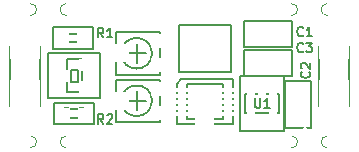
<source format=gto>
G04 #@! TF.FileFunction,Legend,Top*
%FSLAX46Y46*%
G04 Gerber Fmt 4.6, Leading zero omitted, Abs format (unit mm)*
G04 Created by KiCad (PCBNEW (2015-04-02 BZR 5565)-product) date Fri 03 Apr 2015 12:52:12 AM CEST*
%MOMM*%
G01*
G04 APERTURE LIST*
%ADD10C,0.150000*%
%ADD11C,0.100000*%
%ADD12C,0.200000*%
%ADD13C,0.500000*%
%ADD14R,1.050000X1.500000*%
%ADD15O,1.050000X1.500000*%
%ADD16R,1.600000X0.300000*%
%ADD17R,2.500000X4.000000*%
%ADD18O,2.500000X4.000000*%
%ADD19R,1.297940X1.498600*%
%ADD20R,1.498600X1.297940*%
%ADD21R,0.998220X1.099820*%
%ADD22R,1.198880X1.198880*%
%ADD23R,1.501140X1.600200*%
%ADD24R,1.400000X1.000000*%
%ADD25R,0.650000X1.250000*%
G04 APERTURE END LIST*
D10*
D11*
X81200000Y-46900000D02*
G75*
G03X81200000Y-47900000I0J-500000D01*
G01*
X78200000Y-47900000D02*
G75*
G03X78200000Y-46900000I0J500000D01*
G01*
D12*
X90750000Y-52700000D02*
X95150000Y-52700000D01*
X95150000Y-52700000D02*
X95150000Y-48700000D01*
X90750000Y-52700000D02*
X90750000Y-48700000D01*
X90750000Y-48700000D02*
X95150000Y-48700000D01*
X90550000Y-53700000D02*
X90550000Y-57100000D01*
X90950000Y-53300000D02*
X95350000Y-53300000D01*
X90950000Y-53300000D02*
X90550000Y-53700000D01*
X95350000Y-57100000D02*
X90550000Y-57100000D01*
X95350000Y-53300000D02*
X95350000Y-57100000D01*
X91450000Y-53700000D02*
X94450000Y-53700000D01*
X94450000Y-53700000D02*
X94450000Y-56700000D01*
X94450000Y-56700000D02*
X91450000Y-56700000D01*
X91450000Y-56700000D02*
X91450000Y-53700000D01*
X105170000Y-55540000D02*
X102630000Y-55540000D01*
X102630000Y-55540000D02*
X102630000Y-50460000D01*
X102630000Y-50460000D02*
X105170000Y-50460000D01*
X105170000Y-50460000D02*
X105170000Y-55540000D01*
X78970000Y-55540000D02*
X76430000Y-55540000D01*
X76430000Y-55540000D02*
X76430000Y-50460000D01*
X76430000Y-50460000D02*
X78970000Y-50460000D01*
X78970000Y-50460000D02*
X78970000Y-55540000D01*
X100300000Y-48350000D02*
X96300000Y-48350000D01*
X100300000Y-48350000D02*
X100300000Y-50550000D01*
X100300000Y-50550000D02*
X96300000Y-50550000D01*
X96300000Y-50550000D02*
X96300000Y-48350000D01*
X101900000Y-57450000D02*
X101900000Y-53450000D01*
X101900000Y-57450000D02*
X99700000Y-57450000D01*
X99700000Y-57450000D02*
X99700000Y-53450000D01*
X99700000Y-53450000D02*
X101900000Y-53450000D01*
X100300000Y-50850000D02*
X96300000Y-50850000D01*
X100300000Y-50850000D02*
X100300000Y-53050000D01*
X100300000Y-53050000D02*
X96300000Y-53050000D01*
X96300000Y-53050000D02*
X96300000Y-50850000D01*
X83500000Y-50700000D02*
X80100000Y-50700000D01*
X80100000Y-50700000D02*
X80100000Y-48900000D01*
X80100000Y-48900000D02*
X83500000Y-48900000D01*
X83500000Y-48900000D02*
X83500000Y-50700000D01*
X81368200Y-49368200D02*
X80961800Y-49368200D01*
X80961800Y-49368200D02*
X80961800Y-50231800D01*
X81368200Y-50231800D02*
X80961800Y-50231800D01*
X81368200Y-49368200D02*
X81368200Y-50231800D01*
X82638200Y-49368200D02*
X82231800Y-49368200D01*
X82231800Y-49368200D02*
X82231800Y-50231800D01*
X82638200Y-50231800D02*
X82231800Y-50231800D01*
X82638200Y-49368200D02*
X82638200Y-50231800D01*
X82231800Y-49444400D02*
X81368200Y-49444400D01*
X81368200Y-50155600D02*
X82231800Y-50155600D01*
X80200000Y-55300000D02*
X83600000Y-55300000D01*
X83600000Y-55300000D02*
X83600000Y-57100000D01*
X83600000Y-57100000D02*
X80200000Y-57100000D01*
X80200000Y-57100000D02*
X80200000Y-55300000D01*
X82331800Y-56631800D02*
X82738200Y-56631800D01*
X82738200Y-56631800D02*
X82738200Y-55768200D01*
X82331800Y-55768200D02*
X82738200Y-55768200D01*
X82331800Y-56631800D02*
X82331800Y-55768200D01*
X81061800Y-56631800D02*
X81468200Y-56631800D01*
X81468200Y-56631800D02*
X81468200Y-55768200D01*
X81061800Y-55768200D02*
X81468200Y-55768200D01*
X81061800Y-56631800D02*
X81061800Y-55768200D01*
X81468200Y-56555600D02*
X82331800Y-56555600D01*
X82331800Y-55844400D02*
X81468200Y-55844400D01*
X87175000Y-51900100D02*
X87175000Y-50299900D01*
X86374900Y-51100000D02*
X87975100Y-51100000D01*
X88472403Y-51100000D02*
G75*
G03X88472403Y-51100000I-1297403J0D01*
G01*
X85424940Y-51100000D02*
X85424940Y-49299140D01*
X85424940Y-49299140D02*
X89173980Y-49299140D01*
X89173980Y-49299140D02*
X89173980Y-52900860D01*
X89173980Y-52900860D02*
X85424940Y-52900860D01*
X85424940Y-52900860D02*
X85424940Y-51100000D01*
X87175000Y-55925100D02*
X87175000Y-54324900D01*
X86374900Y-55125000D02*
X87975100Y-55125000D01*
X88472403Y-55125000D02*
G75*
G03X88472403Y-55125000I-1297403J0D01*
G01*
X85424940Y-55125000D02*
X85424940Y-53324140D01*
X85424940Y-53324140D02*
X89173980Y-53324140D01*
X89173980Y-53324140D02*
X89173980Y-56925860D01*
X89173980Y-56925860D02*
X85424940Y-56925860D01*
X85424940Y-56925860D02*
X85424940Y-55125000D01*
X79700000Y-51100000D02*
X84100000Y-51100000D01*
X84100000Y-51100000D02*
X84100000Y-54900000D01*
X84100000Y-54900000D02*
X79700000Y-54900000D01*
X79700000Y-54900000D02*
X79700000Y-51100000D01*
X81188800Y-53228600D02*
X81188800Y-52771400D01*
X81188800Y-52771400D02*
X80607140Y-52771400D01*
X80607140Y-53228600D02*
X80607140Y-52771400D01*
X81188800Y-53228600D02*
X80607140Y-53228600D01*
X83192860Y-52288800D02*
X83192860Y-51831600D01*
X83192860Y-51831600D02*
X82611200Y-51831600D01*
X82611200Y-52288800D02*
X82611200Y-51831600D01*
X83192860Y-52288800D02*
X82611200Y-52288800D01*
X83192860Y-54168400D02*
X83192860Y-53711200D01*
X83192860Y-53711200D02*
X82611200Y-53711200D01*
X82611200Y-54168400D02*
X82611200Y-53711200D01*
X83192860Y-54168400D02*
X82611200Y-54168400D01*
X82199720Y-53497840D02*
X82199720Y-52502160D01*
X82199720Y-52502160D02*
X81600280Y-52502160D01*
X81600280Y-53497840D02*
X81600280Y-52502160D01*
X82199720Y-53497840D02*
X81600280Y-53497840D01*
X81242140Y-51580140D02*
X82557860Y-51580140D01*
X82557860Y-51580140D02*
X82557860Y-54419860D01*
X82557860Y-54419860D02*
X81242140Y-54419860D01*
X81242140Y-54419860D02*
X81242140Y-51580140D01*
X99650000Y-57650000D02*
X95950000Y-57650000D01*
X99650000Y-57650000D02*
X99650000Y-53050000D01*
X99650000Y-53050000D02*
X95950000Y-53050000D01*
X95950000Y-57650000D02*
X95950000Y-53050000D01*
X99219860Y-56157720D02*
X96380140Y-56157720D01*
X99219860Y-54542280D02*
X96380140Y-54542280D01*
D11*
X98998880Y-53851400D02*
X98498500Y-53851400D01*
X98498500Y-53851400D02*
X98498500Y-54501640D01*
X98998880Y-53851400D02*
X98998880Y-54501640D01*
X98048920Y-53851400D02*
X97551080Y-53851400D01*
X97551080Y-53851400D02*
X97551080Y-54501640D01*
X98048920Y-53851400D02*
X98048920Y-54501640D01*
X97101500Y-53851400D02*
X96601120Y-53851400D01*
X96601120Y-53851400D02*
X96601120Y-54501640D01*
X97101500Y-53851400D02*
X97101500Y-54501640D01*
X96601120Y-56198360D02*
X96601120Y-56848600D01*
X97101500Y-56848600D02*
X96601120Y-56848600D01*
X97101500Y-56198360D02*
X97101500Y-56848600D01*
X98498500Y-56198360D02*
X98498500Y-56848600D01*
X98998880Y-56848600D02*
X98498500Y-56848600D01*
X98998880Y-56198360D02*
X98998880Y-56848600D01*
D12*
X96380140Y-56157720D02*
X96380140Y-54542280D01*
X99219860Y-54542280D02*
X99219860Y-56157720D01*
D11*
X103300000Y-58100000D02*
G75*
G03X103300000Y-59100000I0J-500000D01*
G01*
X100300000Y-59100000D02*
G75*
G03X100300000Y-58100000I0J500000D01*
G01*
X103300000Y-46900000D02*
G75*
G03X103300000Y-47900000I0J-500000D01*
G01*
X100300000Y-47900000D02*
G75*
G03X100300000Y-46900000I0J500000D01*
G01*
X81200000Y-58100000D02*
G75*
G03X81200000Y-59100000I0J-500000D01*
G01*
X78200000Y-59100000D02*
G75*
G03X78200000Y-58100000I0J500000D01*
G01*
D12*
X101266667Y-49585714D02*
X101228572Y-49623810D01*
X101114286Y-49661905D01*
X101038096Y-49661905D01*
X100923810Y-49623810D01*
X100847619Y-49547619D01*
X100809524Y-49471429D01*
X100771429Y-49319048D01*
X100771429Y-49204762D01*
X100809524Y-49052381D01*
X100847619Y-48976190D01*
X100923810Y-48900000D01*
X101038096Y-48861905D01*
X101114286Y-48861905D01*
X101228572Y-48900000D01*
X101266667Y-48938095D01*
X102028572Y-49661905D02*
X101571429Y-49661905D01*
X101800000Y-49661905D02*
X101800000Y-48861905D01*
X101723810Y-48976190D01*
X101647619Y-49052381D01*
X101571429Y-49090476D01*
X101785714Y-52683333D02*
X101823810Y-52721428D01*
X101861905Y-52835714D01*
X101861905Y-52911904D01*
X101823810Y-53026190D01*
X101747619Y-53102381D01*
X101671429Y-53140476D01*
X101519048Y-53178571D01*
X101404762Y-53178571D01*
X101252381Y-53140476D01*
X101176190Y-53102381D01*
X101100000Y-53026190D01*
X101061905Y-52911904D01*
X101061905Y-52835714D01*
X101100000Y-52721428D01*
X101138095Y-52683333D01*
X101138095Y-52378571D02*
X101100000Y-52340476D01*
X101061905Y-52264285D01*
X101061905Y-52073809D01*
X101100000Y-51997619D01*
X101138095Y-51959523D01*
X101214286Y-51921428D01*
X101290476Y-51921428D01*
X101404762Y-51959523D01*
X101861905Y-52416666D01*
X101861905Y-51921428D01*
X101266667Y-50935714D02*
X101228572Y-50973810D01*
X101114286Y-51011905D01*
X101038096Y-51011905D01*
X100923810Y-50973810D01*
X100847619Y-50897619D01*
X100809524Y-50821429D01*
X100771429Y-50669048D01*
X100771429Y-50554762D01*
X100809524Y-50402381D01*
X100847619Y-50326190D01*
X100923810Y-50250000D01*
X101038096Y-50211905D01*
X101114286Y-50211905D01*
X101228572Y-50250000D01*
X101266667Y-50288095D01*
X101533334Y-50211905D02*
X102028572Y-50211905D01*
X101761905Y-50516667D01*
X101876191Y-50516667D01*
X101952381Y-50554762D01*
X101990477Y-50592857D01*
X102028572Y-50669048D01*
X102028572Y-50859524D01*
X101990477Y-50935714D01*
X101952381Y-50973810D01*
X101876191Y-51011905D01*
X101647619Y-51011905D01*
X101571429Y-50973810D01*
X101533334Y-50935714D01*
X84366667Y-49761905D02*
X84100000Y-49380952D01*
X83909524Y-49761905D02*
X83909524Y-48961905D01*
X84214286Y-48961905D01*
X84290477Y-49000000D01*
X84328572Y-49038095D01*
X84366667Y-49114286D01*
X84366667Y-49228571D01*
X84328572Y-49304762D01*
X84290477Y-49342857D01*
X84214286Y-49380952D01*
X83909524Y-49380952D01*
X85128572Y-49761905D02*
X84671429Y-49761905D01*
X84900000Y-49761905D02*
X84900000Y-48961905D01*
X84823810Y-49076190D01*
X84747619Y-49152381D01*
X84671429Y-49190476D01*
X84366667Y-57061905D02*
X84100000Y-56680952D01*
X83909524Y-57061905D02*
X83909524Y-56261905D01*
X84214286Y-56261905D01*
X84290477Y-56300000D01*
X84328572Y-56338095D01*
X84366667Y-56414286D01*
X84366667Y-56528571D01*
X84328572Y-56604762D01*
X84290477Y-56642857D01*
X84214286Y-56680952D01*
X83909524Y-56680952D01*
X84671429Y-56338095D02*
X84709524Y-56300000D01*
X84785715Y-56261905D01*
X84976191Y-56261905D01*
X85052381Y-56300000D01*
X85090477Y-56338095D01*
X85128572Y-56414286D01*
X85128572Y-56490476D01*
X85090477Y-56604762D01*
X84633334Y-57061905D01*
X85128572Y-57061905D01*
X97190476Y-54911905D02*
X97190476Y-55559524D01*
X97228571Y-55635714D01*
X97266667Y-55673810D01*
X97342857Y-55711905D01*
X97495238Y-55711905D01*
X97571429Y-55673810D01*
X97609524Y-55635714D01*
X97647619Y-55559524D01*
X97647619Y-54911905D01*
X98447619Y-55711905D02*
X97990476Y-55711905D01*
X98219047Y-55711905D02*
X98219047Y-54911905D01*
X98142857Y-55026190D01*
X98066666Y-55102381D01*
X97990476Y-55140476D01*
%LPC*%
D13*
X80050000Y-46400000D03*
X78550000Y-48150000D03*
X80850000Y-48150000D03*
X78550000Y-46650000D03*
X79350000Y-46400000D03*
X80850000Y-46650000D03*
X79350000Y-48400000D03*
X80050000Y-48400000D03*
D14*
X94220000Y-49865000D03*
D15*
X94220000Y-51535000D03*
X92950000Y-49865000D03*
X92950000Y-51535000D03*
X91680000Y-49865000D03*
X91680000Y-51535000D03*
D16*
X91150000Y-54200000D03*
X91150000Y-54700000D03*
X91150000Y-55200000D03*
X91150000Y-55700000D03*
X91150000Y-56200000D03*
X94750000Y-56200000D03*
X94750000Y-55700000D03*
X94750000Y-55200000D03*
X94750000Y-54700000D03*
X94750000Y-54200000D03*
D17*
X103900000Y-55270000D03*
D18*
X103900000Y-50730000D03*
D17*
X77700000Y-55270000D03*
D18*
X77700000Y-50730000D03*
D19*
X97350040Y-49450000D03*
X99249960Y-49450000D03*
D20*
X100800000Y-54500040D03*
X100800000Y-56399960D03*
D19*
X97350040Y-51950000D03*
X99249960Y-51950000D03*
D21*
X82648360Y-49800000D03*
X80951640Y-49800000D03*
X81051640Y-56200000D03*
X82748360Y-56200000D03*
D22*
X88975860Y-52100760D03*
X88975860Y-50099240D03*
D23*
X85724660Y-51100000D03*
D22*
X88975860Y-56125760D03*
X88975860Y-54124240D03*
D23*
X85724660Y-55125000D03*
D24*
X83000000Y-53950000D03*
X83000000Y-52050000D03*
X80800000Y-53000000D03*
D25*
X98750000Y-54050000D03*
X97800000Y-54050000D03*
X96850000Y-54050000D03*
X96850000Y-56650000D03*
X98750000Y-56650000D03*
D13*
X102150000Y-57600000D03*
X100650000Y-59350000D03*
X102950000Y-59350000D03*
X100650000Y-57850000D03*
X101450000Y-57600000D03*
X102950000Y-57850000D03*
X101450000Y-59600000D03*
X102150000Y-59600000D03*
X102150000Y-46400000D03*
X100650000Y-48150000D03*
X102950000Y-48150000D03*
X100650000Y-46650000D03*
X101450000Y-46400000D03*
X102950000Y-46650000D03*
X101450000Y-48400000D03*
X102150000Y-48400000D03*
X80050000Y-57600000D03*
X78550000Y-59350000D03*
X80850000Y-59350000D03*
X78550000Y-57850000D03*
X79350000Y-57600000D03*
X80850000Y-57850000D03*
X79350000Y-59600000D03*
X80050000Y-59600000D03*
D10*
G36*
X93625000Y-57225000D02*
X92225000Y-57225000D01*
X92225000Y-53875000D01*
X92635000Y-53875000D01*
X92635000Y-56565000D01*
X93625000Y-56565000D01*
X93625000Y-57225000D01*
X93625000Y-57225000D01*
G37*
X93625000Y-57225000D02*
X92225000Y-57225000D01*
X92225000Y-53875000D01*
X92635000Y-53875000D01*
X92635000Y-56565000D01*
X93625000Y-56565000D01*
X93625000Y-57225000D01*
M02*

</source>
